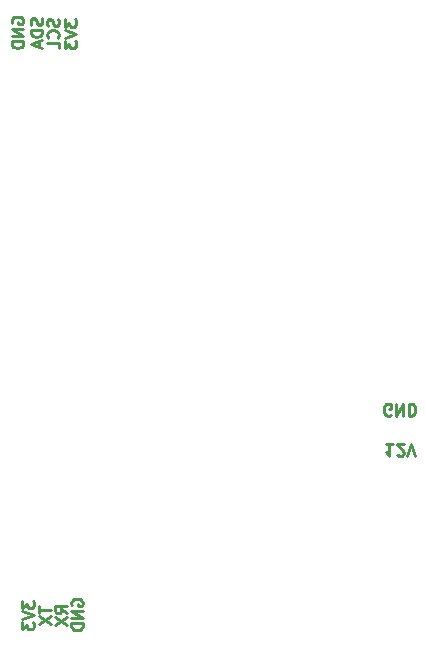
<source format=gbr>
%TF.GenerationSoftware,KiCad,Pcbnew,(5.1.8)-1*%
%TF.CreationDate,2021-01-09T13:57:28-05:00*%
%TF.ProjectId,STM32+USB+BUCK,53544d33-322b-4555-9342-2b4255434b2e,rev?*%
%TF.SameCoordinates,Original*%
%TF.FileFunction,Legend,Bot*%
%TF.FilePolarity,Positive*%
%FSLAX46Y46*%
G04 Gerber Fmt 4.6, Leading zero omitted, Abs format (unit mm)*
G04 Created by KiCad (PCBNEW (5.1.8)-1) date 2021-01-09 13:57:28*
%MOMM*%
%LPD*%
G01*
G04 APERTURE LIST*
%ADD10C,0.250000*%
G04 APERTURE END LIST*
D10*
X134802380Y-126753333D02*
X134326190Y-126420000D01*
X134802380Y-126181904D02*
X133802380Y-126181904D01*
X133802380Y-126562857D01*
X133850000Y-126658095D01*
X133897619Y-126705714D01*
X133992857Y-126753333D01*
X134135714Y-126753333D01*
X134230952Y-126705714D01*
X134278571Y-126658095D01*
X134326190Y-126562857D01*
X134326190Y-126181904D01*
X133802380Y-127086666D02*
X134802380Y-127753333D01*
X133802380Y-127753333D02*
X134802380Y-127086666D01*
X132452380Y-126168095D02*
X132452380Y-126739523D01*
X133452380Y-126453809D02*
X132452380Y-126453809D01*
X132452380Y-126977619D02*
X133452380Y-127644285D01*
X132452380Y-127644285D02*
X133452380Y-126977619D01*
X135190000Y-126088095D02*
X135142380Y-125992857D01*
X135142380Y-125850000D01*
X135190000Y-125707142D01*
X135285238Y-125611904D01*
X135380476Y-125564285D01*
X135570952Y-125516666D01*
X135713809Y-125516666D01*
X135904285Y-125564285D01*
X135999523Y-125611904D01*
X136094761Y-125707142D01*
X136142380Y-125850000D01*
X136142380Y-125945238D01*
X136094761Y-126088095D01*
X136047142Y-126135714D01*
X135713809Y-126135714D01*
X135713809Y-125945238D01*
X136142380Y-126564285D02*
X135142380Y-126564285D01*
X136142380Y-127135714D01*
X135142380Y-127135714D01*
X136142380Y-127611904D02*
X135142380Y-127611904D01*
X135142380Y-127850000D01*
X135190000Y-127992857D01*
X135285238Y-128088095D01*
X135380476Y-128135714D01*
X135570952Y-128183333D01*
X135713809Y-128183333D01*
X135904285Y-128135714D01*
X135999523Y-128088095D01*
X136094761Y-127992857D01*
X136142380Y-127850000D01*
X136142380Y-127611904D01*
X131002380Y-125681904D02*
X131002380Y-126300952D01*
X131383333Y-125967619D01*
X131383333Y-126110476D01*
X131430952Y-126205714D01*
X131478571Y-126253333D01*
X131573809Y-126300952D01*
X131811904Y-126300952D01*
X131907142Y-126253333D01*
X131954761Y-126205714D01*
X132002380Y-126110476D01*
X132002380Y-125824761D01*
X131954761Y-125729523D01*
X131907142Y-125681904D01*
X131002380Y-126586666D02*
X132002380Y-126920000D01*
X131002380Y-127253333D01*
X131002380Y-127491428D02*
X131002380Y-128110476D01*
X131383333Y-127777142D01*
X131383333Y-127920000D01*
X131430952Y-128015238D01*
X131478571Y-128062857D01*
X131573809Y-128110476D01*
X131811904Y-128110476D01*
X131907142Y-128062857D01*
X131954761Y-128015238D01*
X132002380Y-127920000D01*
X132002380Y-127634285D01*
X131954761Y-127539047D01*
X131907142Y-127491428D01*
X162198095Y-109970000D02*
X162102857Y-110017619D01*
X161960000Y-110017619D01*
X161817142Y-109970000D01*
X161721904Y-109874761D01*
X161674285Y-109779523D01*
X161626666Y-109589047D01*
X161626666Y-109446190D01*
X161674285Y-109255714D01*
X161721904Y-109160476D01*
X161817142Y-109065238D01*
X161960000Y-109017619D01*
X162055238Y-109017619D01*
X162198095Y-109065238D01*
X162245714Y-109112857D01*
X162245714Y-109446190D01*
X162055238Y-109446190D01*
X162674285Y-109017619D02*
X162674285Y-110017619D01*
X163245714Y-109017619D01*
X163245714Y-110017619D01*
X163721904Y-109017619D02*
X163721904Y-110017619D01*
X163960000Y-110017619D01*
X164102857Y-109970000D01*
X164198095Y-109874761D01*
X164245714Y-109779523D01*
X164293333Y-109589047D01*
X164293333Y-109446190D01*
X164245714Y-109255714D01*
X164198095Y-109160476D01*
X164102857Y-109065238D01*
X163960000Y-109017619D01*
X163721904Y-109017619D01*
X162380952Y-112417619D02*
X161809523Y-112417619D01*
X162095238Y-112417619D02*
X162095238Y-113417619D01*
X162000000Y-113274761D01*
X161904761Y-113179523D01*
X161809523Y-113131904D01*
X162761904Y-113322380D02*
X162809523Y-113370000D01*
X162904761Y-113417619D01*
X163142857Y-113417619D01*
X163238095Y-113370000D01*
X163285714Y-113322380D01*
X163333333Y-113227142D01*
X163333333Y-113131904D01*
X163285714Y-112989047D01*
X162714285Y-112417619D01*
X163333333Y-112417619D01*
X163619047Y-113417619D02*
X163952380Y-112417619D01*
X164285714Y-113417619D01*
X134592380Y-76461904D02*
X134592380Y-77080952D01*
X134973333Y-76747619D01*
X134973333Y-76890476D01*
X135020952Y-76985714D01*
X135068571Y-77033333D01*
X135163809Y-77080952D01*
X135401904Y-77080952D01*
X135497142Y-77033333D01*
X135544761Y-76985714D01*
X135592380Y-76890476D01*
X135592380Y-76604761D01*
X135544761Y-76509523D01*
X135497142Y-76461904D01*
X134592380Y-77366666D02*
X135592380Y-77700000D01*
X134592380Y-78033333D01*
X134592380Y-78271428D02*
X134592380Y-78890476D01*
X134973333Y-78557142D01*
X134973333Y-78700000D01*
X135020952Y-78795238D01*
X135068571Y-78842857D01*
X135163809Y-78890476D01*
X135401904Y-78890476D01*
X135497142Y-78842857D01*
X135544761Y-78795238D01*
X135592380Y-78700000D01*
X135592380Y-78414285D01*
X135544761Y-78319047D01*
X135497142Y-78271428D01*
X134054761Y-76449523D02*
X134102380Y-76592380D01*
X134102380Y-76830476D01*
X134054761Y-76925714D01*
X134007142Y-76973333D01*
X133911904Y-77020952D01*
X133816666Y-77020952D01*
X133721428Y-76973333D01*
X133673809Y-76925714D01*
X133626190Y-76830476D01*
X133578571Y-76640000D01*
X133530952Y-76544761D01*
X133483333Y-76497142D01*
X133388095Y-76449523D01*
X133292857Y-76449523D01*
X133197619Y-76497142D01*
X133150000Y-76544761D01*
X133102380Y-76640000D01*
X133102380Y-76878095D01*
X133150000Y-77020952D01*
X134007142Y-78020952D02*
X134054761Y-77973333D01*
X134102380Y-77830476D01*
X134102380Y-77735238D01*
X134054761Y-77592380D01*
X133959523Y-77497142D01*
X133864285Y-77449523D01*
X133673809Y-77401904D01*
X133530952Y-77401904D01*
X133340476Y-77449523D01*
X133245238Y-77497142D01*
X133150000Y-77592380D01*
X133102380Y-77735238D01*
X133102380Y-77830476D01*
X133150000Y-77973333D01*
X133197619Y-78020952D01*
X134102380Y-78925714D02*
X134102380Y-78449523D01*
X133102380Y-78449523D01*
X132674761Y-76355714D02*
X132722380Y-76498571D01*
X132722380Y-76736666D01*
X132674761Y-76831904D01*
X132627142Y-76879523D01*
X132531904Y-76927142D01*
X132436666Y-76927142D01*
X132341428Y-76879523D01*
X132293809Y-76831904D01*
X132246190Y-76736666D01*
X132198571Y-76546190D01*
X132150952Y-76450952D01*
X132103333Y-76403333D01*
X132008095Y-76355714D01*
X131912857Y-76355714D01*
X131817619Y-76403333D01*
X131770000Y-76450952D01*
X131722380Y-76546190D01*
X131722380Y-76784285D01*
X131770000Y-76927142D01*
X132722380Y-77355714D02*
X131722380Y-77355714D01*
X131722380Y-77593809D01*
X131770000Y-77736666D01*
X131865238Y-77831904D01*
X131960476Y-77879523D01*
X132150952Y-77927142D01*
X132293809Y-77927142D01*
X132484285Y-77879523D01*
X132579523Y-77831904D01*
X132674761Y-77736666D01*
X132722380Y-77593809D01*
X132722380Y-77355714D01*
X132436666Y-78308095D02*
X132436666Y-78784285D01*
X132722380Y-78212857D02*
X131722380Y-78546190D01*
X132722380Y-78879523D01*
X130160000Y-76808095D02*
X130112380Y-76712857D01*
X130112380Y-76570000D01*
X130160000Y-76427142D01*
X130255238Y-76331904D01*
X130350476Y-76284285D01*
X130540952Y-76236666D01*
X130683809Y-76236666D01*
X130874285Y-76284285D01*
X130969523Y-76331904D01*
X131064761Y-76427142D01*
X131112380Y-76570000D01*
X131112380Y-76665238D01*
X131064761Y-76808095D01*
X131017142Y-76855714D01*
X130683809Y-76855714D01*
X130683809Y-76665238D01*
X131112380Y-77284285D02*
X130112380Y-77284285D01*
X131112380Y-77855714D01*
X130112380Y-77855714D01*
X131112380Y-78331904D02*
X130112380Y-78331904D01*
X130112380Y-78570000D01*
X130160000Y-78712857D01*
X130255238Y-78808095D01*
X130350476Y-78855714D01*
X130540952Y-78903333D01*
X130683809Y-78903333D01*
X130874285Y-78855714D01*
X130969523Y-78808095D01*
X131064761Y-78712857D01*
X131112380Y-78570000D01*
X131112380Y-78331904D01*
M02*

</source>
